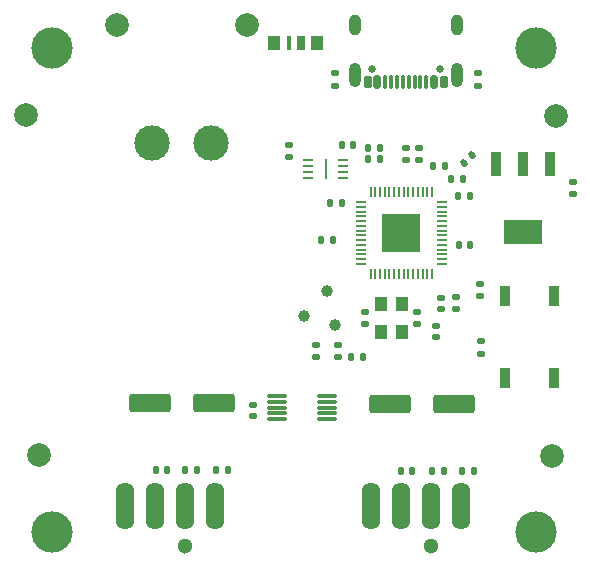
<source format=gbr>
%TF.GenerationSoftware,KiCad,Pcbnew,9.0.4*%
%TF.CreationDate,2025-09-25T11:48:03-04:00*%
%TF.ProjectId,fanboy,66616e62-6f79-42e6-9b69-6361645f7063,rev?*%
%TF.SameCoordinates,Original*%
%TF.FileFunction,Soldermask,Top*%
%TF.FilePolarity,Negative*%
%FSLAX46Y46*%
G04 Gerber Fmt 4.6, Leading zero omitted, Abs format (unit mm)*
G04 Created by KiCad (PCBNEW 9.0.4) date 2025-09-25 11:48:03*
%MOMM*%
%LPD*%
G01*
G04 APERTURE LIST*
G04 Aperture macros list*
%AMRoundRect*
0 Rectangle with rounded corners*
0 $1 Rounding radius*
0 $2 $3 $4 $5 $6 $7 $8 $9 X,Y pos of 4 corners*
0 Add a 4 corners polygon primitive as box body*
4,1,4,$2,$3,$4,$5,$6,$7,$8,$9,$2,$3,0*
0 Add four circle primitives for the rounded corners*
1,1,$1+$1,$2,$3*
1,1,$1+$1,$4,$5*
1,1,$1+$1,$6,$7*
1,1,$1+$1,$8,$9*
0 Add four rect primitives between the rounded corners*
20,1,$1+$1,$2,$3,$4,$5,0*
20,1,$1+$1,$4,$5,$6,$7,0*
20,1,$1+$1,$6,$7,$8,$9,0*
20,1,$1+$1,$8,$9,$2,$3,0*%
G04 Aperture macros list end*
%ADD10C,3.500000*%
%ADD11C,2.000000*%
%ADD12RoundRect,0.140000X-0.021213X0.219203X-0.219203X0.021213X0.021213X-0.219203X0.219203X-0.021213X0*%
%ADD13RoundRect,0.140000X-0.170000X0.140000X-0.170000X-0.140000X0.170000X-0.140000X0.170000X0.140000X0*%
%ADD14RoundRect,0.140000X0.170000X-0.140000X0.170000X0.140000X-0.170000X0.140000X-0.170000X-0.140000X0*%
%ADD15R,1.100000X1.300000*%
%ADD16RoundRect,0.135000X-0.135000X-0.185000X0.135000X-0.185000X0.135000X0.185000X-0.135000X0.185000X0*%
%ADD17C,3.000000*%
%ADD18C,1.000000*%
%ADD19RoundRect,0.087500X-0.725000X-0.087500X0.725000X-0.087500X0.725000X0.087500X-0.725000X0.087500X0*%
%ADD20C,1.300000*%
%ADD21O,1.574800X4.000000*%
%ADD22C,1.500000*%
%ADD23RoundRect,0.140000X-0.140000X-0.170000X0.140000X-0.170000X0.140000X0.170000X-0.140000X0.170000X0*%
%ADD24RoundRect,0.250000X-1.500000X-0.550000X1.500000X-0.550000X1.500000X0.550000X-1.500000X0.550000X0*%
%ADD25RoundRect,0.135000X0.185000X-0.135000X0.185000X0.135000X-0.185000X0.135000X-0.185000X-0.135000X0*%
%ADD26R,0.254000X1.651000*%
%ADD27R,0.812800X0.254000*%
%ADD28RoundRect,0.135000X-0.185000X0.135000X-0.185000X-0.135000X0.185000X-0.135000X0.185000X0.135000X0*%
%ADD29R,0.900000X1.800000*%
%ADD30RoundRect,0.140000X0.140000X0.170000X-0.140000X0.170000X-0.140000X-0.170000X0.140000X-0.170000X0*%
%ADD31O,1.000000X1.800000*%
%ADD32O,1.000000X2.100000*%
%ADD33RoundRect,0.075000X0.075000X0.500000X-0.075000X0.500000X-0.075000X-0.500000X0.075000X-0.500000X0*%
%ADD34RoundRect,0.150000X0.150000X0.425000X-0.150000X0.425000X-0.150000X-0.425000X0.150000X-0.425000X0*%
%ADD35RoundRect,0.150000X0.150000X0.400000X-0.150000X0.400000X-0.150000X-0.400000X0.150000X-0.400000X0*%
%ADD36C,0.650000*%
%ADD37R,1.000000X1.200000*%
%ADD38R,0.450000X1.200000*%
%ADD39R,0.700000X1.200000*%
%ADD40R,3.250000X2.150000*%
%ADD41R,0.950000X2.150000*%
%ADD42R,3.200000X3.200000*%
%ADD43RoundRect,0.050000X-0.050000X-0.387500X0.050000X-0.387500X0.050000X0.387500X-0.050000X0.387500X0*%
%ADD44RoundRect,0.050000X-0.387500X-0.050000X0.387500X-0.050000X0.387500X0.050000X-0.387500X0.050000X0*%
G04 APERTURE END LIST*
D10*
%TO.C,H2*%
X148000000Y-105000000D03*
%TD*%
%TO.C,H3*%
X189000000Y-105000000D03*
%TD*%
%TO.C,H4*%
X189000000Y-64000000D03*
%TD*%
%TO.C,H1*%
X148000000Y-64000000D03*
%TD*%
D11*
%TO.C,FID4*%
X190680000Y-69780000D03*
%TD*%
%TO.C,FID3*%
X190350000Y-98540000D03*
%TD*%
%TO.C,FID2*%
X146950000Y-98510000D03*
%TD*%
%TO.C,FID1*%
X145810000Y-69700000D03*
%TD*%
D12*
%TO.C,C90*%
X183619411Y-73070589D03*
X182940589Y-73749411D03*
%TD*%
D13*
%TO.C,C96*%
X178950000Y-86420000D03*
X178950000Y-87380000D03*
%TD*%
D14*
%TO.C,C97*%
X174490000Y-87380000D03*
X174490000Y-86420000D03*
%TD*%
D15*
%TO.C,Y1*%
X177641524Y-88035036D03*
X177641524Y-85735036D03*
X175841524Y-85735036D03*
X175841524Y-88035036D03*
%TD*%
D16*
%TO.C,R1*%
X174350000Y-90210000D03*
X173330000Y-90210000D03*
%TD*%
D17*
%TO.C,J1*%
X156520000Y-72095000D03*
X161520000Y-72095000D03*
D11*
X153520000Y-62095000D03*
X164520000Y-62095000D03*
%TD*%
D18*
%TO.C,TP3*%
X169360000Y-86750000D03*
%TD*%
D19*
%TO.C,U5*%
X171280000Y-93470000D03*
X171280000Y-93970000D03*
X171280000Y-94470000D03*
X171280000Y-94970000D03*
X171280000Y-95470000D03*
X167055000Y-95470000D03*
X167055000Y-94970000D03*
X167055000Y-94470000D03*
X167055000Y-93970000D03*
X167055000Y-93470000D03*
%TD*%
D16*
%TO.C,R13*%
X180160000Y-99850000D03*
X181180000Y-99850000D03*
%TD*%
%TO.C,R10*%
X159270000Y-99790000D03*
X160290000Y-99790000D03*
%TD*%
%TO.C,R9*%
X161890000Y-99790000D03*
X162910000Y-99790000D03*
%TD*%
%TO.C,R6*%
X182740000Y-99830000D03*
X183760000Y-99830000D03*
%TD*%
D20*
%TO.C,J4*%
X180150000Y-106180000D03*
D21*
X175070000Y-102820000D03*
X177610000Y-102820000D03*
D22*
X180150000Y-101860000D03*
D21*
X180150000Y-102820000D03*
X182690000Y-102820000D03*
%TD*%
D20*
%TO.C,J3*%
X159310000Y-106180000D03*
D21*
X154230000Y-102820000D03*
X156770000Y-102820000D03*
D22*
X159310000Y-101860000D03*
D21*
X159310000Y-102820000D03*
X161850000Y-102820000D03*
%TD*%
D23*
%TO.C,C21*%
X156790000Y-99800000D03*
X157750000Y-99800000D03*
%TD*%
%TO.C,C20*%
X177580000Y-99850000D03*
X178540000Y-99850000D03*
%TD*%
D24*
%TO.C,C14*%
X156350000Y-94060000D03*
X161750000Y-94060000D03*
%TD*%
D13*
%TO.C,C6*%
X165057500Y-95230000D03*
X165057500Y-94270000D03*
%TD*%
D23*
%TO.C,C109*%
X172550000Y-77120000D03*
X171590000Y-77120000D03*
%TD*%
D25*
%TO.C,R52*%
X171960000Y-66190000D03*
X171960000Y-67210000D03*
%TD*%
D14*
%TO.C,C105*%
X180920717Y-85200036D03*
X180920717Y-86160036D03*
%TD*%
D26*
%TO.C,U8*%
X171183724Y-74280035D03*
D27*
X172631524Y-73530034D03*
X172631524Y-74030035D03*
X172631524Y-74530035D03*
X172631524Y-75030036D03*
X169735924Y-75030036D03*
X169735924Y-74530035D03*
X169735924Y-74030035D03*
X169735924Y-73530034D03*
%TD*%
D28*
%TO.C,R55*%
X184370000Y-89900000D03*
X184370000Y-88880000D03*
%TD*%
D14*
%TO.C,C102*%
X180571524Y-87540036D03*
X180571524Y-88500036D03*
%TD*%
D29*
%TO.C,SW2*%
X190490000Y-85050000D03*
X186380000Y-85050000D03*
%TD*%
D30*
%TO.C,C103*%
X182490717Y-80700036D03*
X183450717Y-80700036D03*
%TD*%
D29*
%TO.C,SW1*%
X190490000Y-91950000D03*
X186380000Y-91950000D03*
%TD*%
D23*
%TO.C,C99*%
X173520717Y-72250036D03*
X172560717Y-72250036D03*
%TD*%
D25*
%TO.C,R51*%
X184110000Y-66190000D03*
X184110000Y-67210000D03*
%TD*%
D28*
%TO.C,R54*%
X179121524Y-73480036D03*
X179121524Y-72460036D03*
%TD*%
%TO.C,R50*%
X168100717Y-73280036D03*
X168100717Y-72260036D03*
%TD*%
D31*
%TO.C,J6*%
X173650000Y-62125000D03*
D32*
X173650000Y-66305000D03*
D31*
X182290000Y-62125000D03*
D32*
X182290000Y-66305000D03*
D33*
X179720000Y-66880000D03*
X178720000Y-66880000D03*
X177220000Y-66880000D03*
X176220000Y-66880000D03*
D34*
X175570000Y-66880000D03*
D35*
X174770000Y-66905000D03*
D33*
X176720000Y-66880000D03*
X177720000Y-66880000D03*
X178220000Y-66880000D03*
X179220000Y-66880000D03*
D34*
X180370000Y-66880000D03*
D35*
X181170000Y-66905000D03*
D36*
X175080000Y-65805000D03*
X180860000Y-65805000D03*
%TD*%
D25*
%TO.C,R34*%
X184300000Y-84050000D03*
X184300000Y-85070000D03*
%TD*%
D28*
%TO.C,R53*%
X178021524Y-73480036D03*
X178021524Y-72460036D03*
%TD*%
D23*
%TO.C,C110*%
X175751524Y-72470036D03*
X174791524Y-72470036D03*
%TD*%
D14*
%TO.C,C106*%
X182260717Y-85150036D03*
X182260717Y-86110036D03*
%TD*%
D37*
%TO.C,U9*%
X166840000Y-63620000D03*
D38*
X168065000Y-63620000D03*
D39*
X169090000Y-63620000D03*
D37*
X170440000Y-63620000D03*
%TD*%
D14*
%TO.C,C98*%
X192125000Y-75405000D03*
X192125000Y-76365000D03*
%TD*%
D23*
%TO.C,C107*%
X171771524Y-80260036D03*
X170811524Y-80260036D03*
%TD*%
%TO.C,C100*%
X175751524Y-73470036D03*
X174791524Y-73470036D03*
%TD*%
D40*
%TO.C,U10*%
X187885000Y-79625000D03*
D41*
X185585000Y-73825000D03*
X187885000Y-73825000D03*
X190185000Y-73825000D03*
%TD*%
D30*
%TO.C,C104*%
X182410717Y-76570036D03*
X183370717Y-76570036D03*
%TD*%
D42*
%TO.C,U27*%
X177591524Y-79697536D03*
D43*
X174991524Y-76260036D03*
X175391524Y-76260036D03*
X175791524Y-76260036D03*
X176191524Y-76260036D03*
X176591524Y-76260036D03*
X176991524Y-76260036D03*
X177391524Y-76260036D03*
X177791524Y-76260036D03*
X178191524Y-76260036D03*
X178591524Y-76260036D03*
X178991524Y-76260036D03*
X179391524Y-76260036D03*
X179791524Y-76260036D03*
X180191524Y-76260036D03*
D44*
X181029024Y-77097536D03*
X181029024Y-77497536D03*
X181029024Y-77897536D03*
X181029024Y-78297536D03*
X181029024Y-78697536D03*
X181029024Y-79097536D03*
X181029024Y-79497536D03*
X181029024Y-79897536D03*
X181029024Y-80297536D03*
X181029024Y-80697536D03*
X181029024Y-81097536D03*
X181029024Y-81497536D03*
X181029024Y-81897536D03*
X181029024Y-82297536D03*
D43*
X180191524Y-83135036D03*
X179791524Y-83135036D03*
X179391524Y-83135036D03*
X178991524Y-83135036D03*
X178591524Y-83135036D03*
X178191524Y-83135036D03*
X177791524Y-83135036D03*
X177391524Y-83135036D03*
X176991524Y-83135036D03*
X176591524Y-83135036D03*
X176191524Y-83135036D03*
X175791524Y-83135036D03*
X175391524Y-83135036D03*
X174991524Y-83135036D03*
D44*
X174154024Y-82297536D03*
X174154024Y-81897536D03*
X174154024Y-81497536D03*
X174154024Y-81097536D03*
X174154024Y-80697536D03*
X174154024Y-80297536D03*
X174154024Y-79897536D03*
X174154024Y-79497536D03*
X174154024Y-79097536D03*
X174154024Y-78697536D03*
X174154024Y-78297536D03*
X174154024Y-77897536D03*
X174154024Y-77497536D03*
X174154024Y-77097536D03*
%TD*%
D25*
%TO.C,R20*%
X172250000Y-89210000D03*
X172250000Y-90230000D03*
%TD*%
D28*
%TO.C,R19*%
X170390000Y-90220000D03*
X170390000Y-89200000D03*
%TD*%
D30*
%TO.C,C108*%
X181834417Y-75100036D03*
X182794417Y-75100036D03*
%TD*%
%TO.C,C101*%
X180320000Y-74050000D03*
X181280000Y-74050000D03*
%TD*%
D18*
%TO.C,TP1*%
X171970000Y-87450000D03*
%TD*%
%TO.C,TP2*%
X171300000Y-84610000D03*
%TD*%
D24*
%TO.C,C19*%
X176650000Y-94180000D03*
X182050000Y-94180000D03*
%TD*%
M02*

</source>
